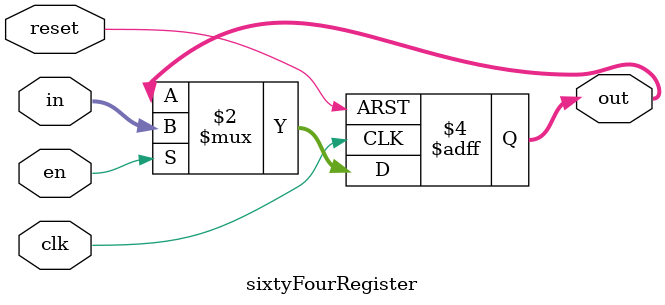
<source format=sv>
`timescale 1ns / 1ps


module sixtyFourRegister(
    input logic clk,
    input logic reset,
    input logic en,
    input logic[0:63] in,
    output logic[0:63] out
    );

always_ff@(posedge clk, posedge reset)
    if (reset) out <= 64'b0;
    else if (en)
    begin
        out <= in;
    end
endmodule

</source>
